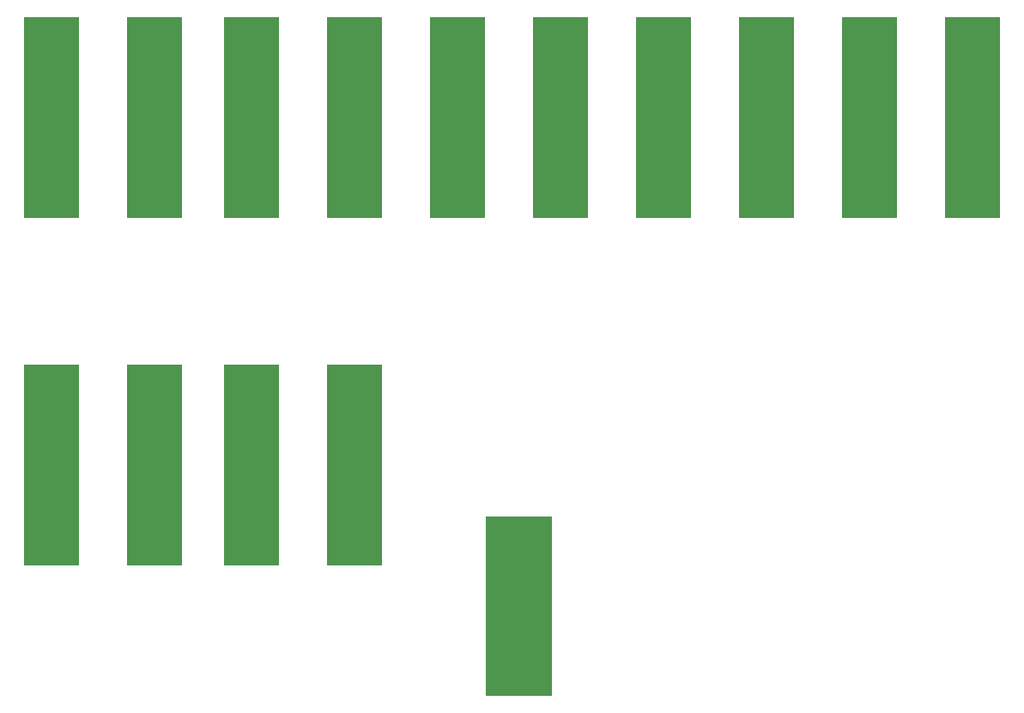
<source format=gko>
G04*
G04 #@! TF.GenerationSoftware,Altium Limited,Altium Designer,20.0.2 (26)*
G04*
G04 Layer_Color=16711935*
%FSLAX44Y44*%
%MOMM*%
G71*
G01*
G75*
%ADD65R,5.4000X19.9000*%
%ADD66R,5.4000X19.9000*%
%ADD67R,5.4000X19.9000*%
%ADD68R,5.4000X19.9000*%
G36*
X2055300Y902800D02*
X1990400D01*
Y1079700D01*
X2055300D01*
Y902800D01*
D02*
G37*
D65*
X2470133Y1473639D02*
D03*
X1562079Y1130740D02*
D03*
X1663679D02*
D03*
D66*
X2368530Y1473641D02*
D03*
X2165330D02*
D03*
X1962130D02*
D03*
D67*
X2266933Y1473639D02*
D03*
X1758929Y1130740D02*
D03*
X1758930Y1473640D02*
D03*
X1663680D02*
D03*
X1562080D02*
D03*
X1860530Y1130740D02*
D03*
D68*
X2063730Y1473641D02*
D03*
X1860528D02*
D03*
M02*

</source>
